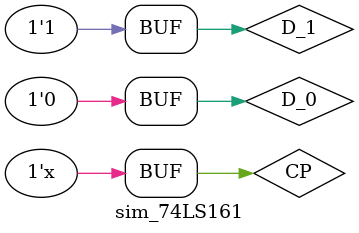
<source format=v>
module sim_74LS161;
	reg CP,D_0,D_1;
	wire CR_n;
	initial begin
		CP=1;D_0=0;D_1=0;
		#30 D_1=1;
	end
	always #10 CP=~CP;
	assign CR_n =~(Q1&Q2) ;

	Counter_74LS161 T(CR_n,CP,D_0,D_0,D_0,D_0,D_1,D_1,D_1,Q0,Q1,Q2,Q3);
endmodule
</source>
